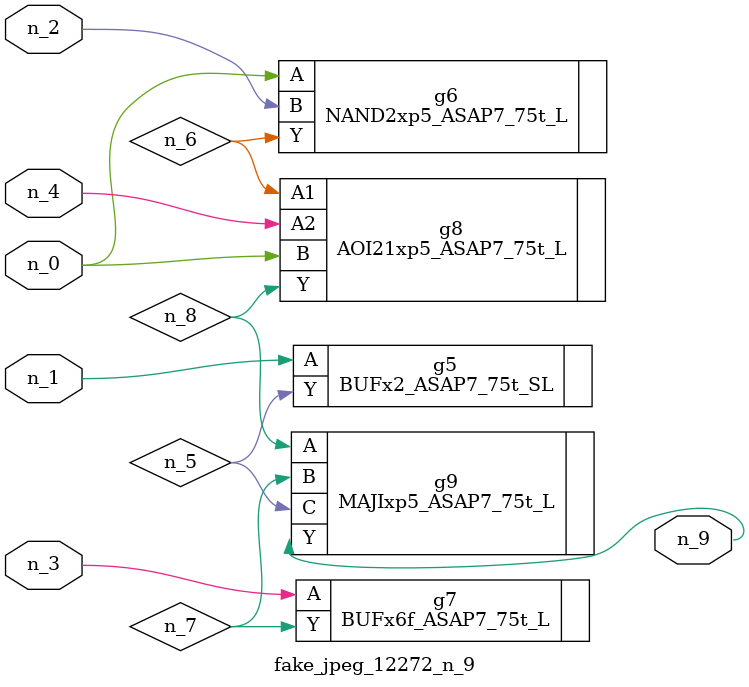
<source format=v>
module fake_jpeg_12272_n_9 (n_3, n_2, n_1, n_0, n_4, n_9);

input n_3;
input n_2;
input n_1;
input n_0;
input n_4;

output n_9;

wire n_8;
wire n_6;
wire n_5;
wire n_7;

BUFx2_ASAP7_75t_SL g5 ( 
.A(n_1),
.Y(n_5)
);

NAND2xp5_ASAP7_75t_L g6 ( 
.A(n_0),
.B(n_2),
.Y(n_6)
);

BUFx6f_ASAP7_75t_L g7 ( 
.A(n_3),
.Y(n_7)
);

AOI21xp5_ASAP7_75t_L g8 ( 
.A1(n_6),
.A2(n_4),
.B(n_0),
.Y(n_8)
);

MAJIxp5_ASAP7_75t_L g9 ( 
.A(n_8),
.B(n_7),
.C(n_5),
.Y(n_9)
);


endmodule
</source>
